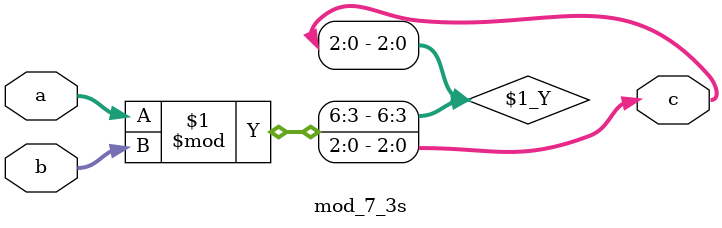
<source format=v>
module mod_7_3s(a, b, c);
  input [6:0] a;
  input signed [2:0] b;
  output [2:0] c;

  assign c = a % b;

endmodule

</source>
